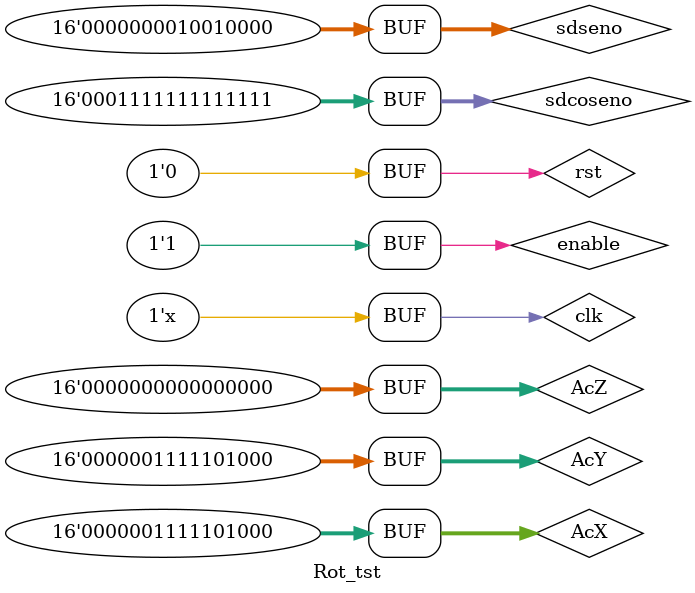
<source format=v>
`timescale 1ns / 1ps


module Rot_tst;

	// Inputs
	reg clk;
	reg rst;
	reg enable;
	reg [15:0] AcX;
	reg [15:0] AcY;
	reg [15:0] AcZ;
	reg [15:0] sdseno;
	reg [15:0] sdcoseno;

	// Outputs
	wire [31:0] XAc;
	wire [31:0] YAc;
	wire [31:0] ZAc;
	wire Busy;

	// Instantiate the Unit Under Test (UUT)
	TopModuleTransfLineal uut (
		.clk(clk), 
		.rst(rst), 
		.enable(enable), 
		.AcX(AcX), 
		.AcY(AcY), 
		.AcZ(AcZ), 
		.sdseno(sdseno), 
		.sdcoseno(sdcoseno), 
		.XAc(XAc), 
		.YAc(YAc), 
		.ZAc(ZAc), 
		.Busy(Busy)
	);

	initial begin
		// Initialize Inputs
		clk = 0;
		rst = 1;
		enable = 0;
		AcX = 1000;
		AcY = 1000;
		AcZ = 0;
		sdseno = 144;
		sdcoseno = 8191;

		// Wait 100 ns for global reset to finish
		#100;
      rst = 0;
		#10 enable = 1;
		// Add stimulus here

	end
	
	always #5 clk = !clk;
	
endmodule


</source>
